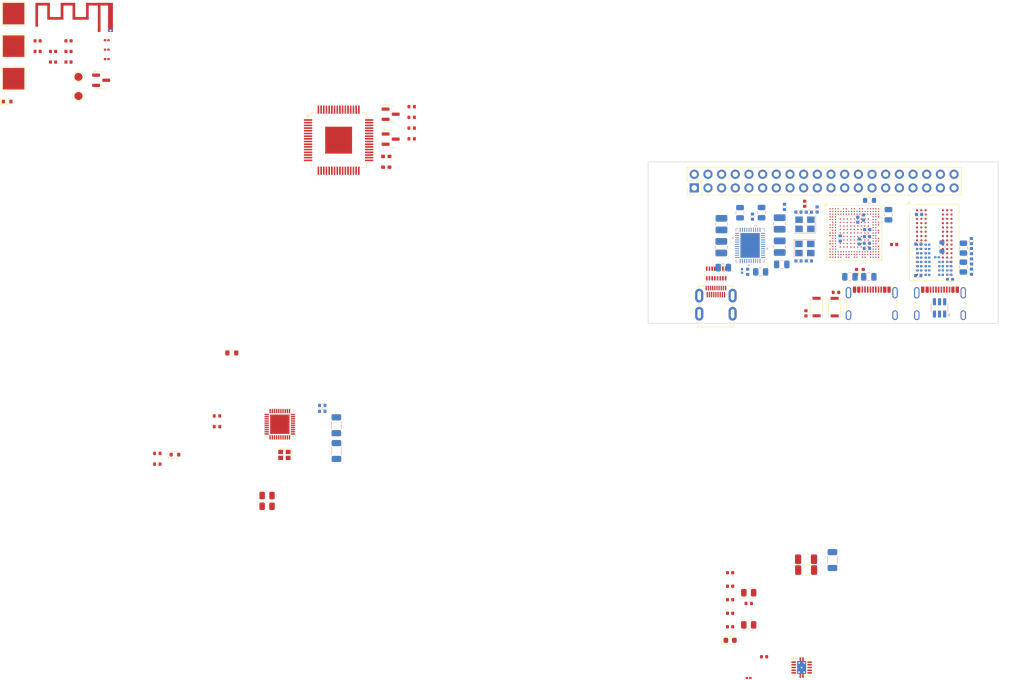
<source format=kicad_pcb>
(kicad_pcb (version 20240108) (generator "pcbnew") (generator_version "8.0")
  (layers (0 "F.Cu" signal) (31 "B.Cu" signal) (34 "B.Paste" user) (35 "F.Paste" user) (36 "B.SilkS" user "B.Silkscreen") (37 "F.SilkS" user "F.Silkscreen") (38 "B.Mask" user) (39 "F.Mask" user) (44 "Edge.Cuts" user))
  (net 0 "")
  (net 1 "GND")
  (net 2 "OSC32")
  (net 3 "+1V35")
  (net 4 "DDR_VREF")
  (net 5 "OSC33")
  (net 6 "+3V3")
  (net 7 "DDR3_VTT")
  (net 8 "Net-(U4-REFOUT)")
  (net 9 "Net-(U1-PH0)")
  (net 10 "Net-(U1-PH1)")
  (net 11 "/DDR3/PGOOD_LED")
  (net 12 "Net-(D1-K)")
  (net 13 "Net-(D4-A)")
  (net 14 "+5V")
  (net 15 "Net-(U5-PONKEYN)")
  (net 16 "Net-(U1-BOOT0)")
  (net 17 "SPI4_SCK")
  (net 18 "GPIO12")
  (net 19 "GPIO27")
  (net 20 "GPIO5")
  (net 21 "GPIO25")
  (net 22 "UART7_TX")
  (net 23 "I2C5_SDA")
  (net 24 "GPIO16")
  (net 26 "GPIO24")
  (net 27 "UART7_RX")
  (net 28 "SPI4_MOSI")
  (net 29 "I2C5_SCL")
  (net 31 "GPIO22")
  (net 32 "GPIO8")
  (net 33 "GPIO20")
  (net 34 "GPIO7")
  (net 35 "GPIO6")
  (net 36 "GPIO4")
  (net 37 "GPIO23")
  (net 38 "GPIO21")
  (net 39 "SPI4_MISO")
  (net 40 "GPIO17")
  (net 41 "GPIO26")
  (net 42 "GPIO19")
  (net 43 "GPIO18")
  (net 44 "GPIO13")
  (net 45 "DDR3_VTT_EN")
  (net 46 "DDR3_CK_N")
  (net 47 "DDR3_CK_P")
  (net 48 "DDR3_A0")
  (net 49 "DDR3_A1")
  (net 50 "DDR3_A2")
  (net 51 "DDR3_A3")
  (net 52 "DDR3_A4")
  (net 53 "DDR3_A5")
  (net 54 "DDR3_A6")
  (net 55 "DDR3_A7")
  (net 56 "DDR3_A8")
  (net 57 "DDR3_A9")
  (net 58 "DDR3_A10")
  (net 59 "DDR3_A11")
  (net 60 "DDR3_A12")
  (net 61 "DDR3_A13")
  (net 62 "DDR3_A14")
  (net 63 "DDR3_BA0")
  (net 64 "DDR3_BA1")
  (net 65 "DDR3_BA2")
  (net 66 "~{DDR3_RAS}")
  (net 67 "~{DDR3_CAS}")
  (net 68 "~{DDR3_WE}")
  (net 69 "DDR3_ODT")
  (net 70 "~{DDR3_CS}")
  (net 71 "~{DDR3__DRST}")
  (net 72 "SD_CD")
  (net 73 "SD_Clk")
  (net 74 "Net-(U5-VLXBST)")
  (net 75 "Net-(U1-USB_RREF)")
  (net 76 "PMIC_SDA")
  (net 77 "+1V8")
  (net 78 "PMIC_SCL")
  (net 79 "Net-(USB_C_ESP1-CC1)")
  (net 80 "Net-(USB_C_ESP1-CC2)")
  (net 81 "SD_DAT2")
  (net 82 "USBH_HS_DM2")
  (net 83 "OTG_FS_DM")
  (net 85 "DDR3_DQ6")
  (net 86 "DDR3_DQS1_N")
  (net 88 "+1V2")
  (net 95 "DDR3_DQS0_N")
  (net 96 "DDR3_DQ5")
  (net 100 "DDR3_LDM")
  (net 102 "DDR3_DQS1_P")
  (net 106 "SD_CMD_IN")
  (net 110 "SD_DAT3")
  (net 111 "VCC")
  (net 116 "PMIC_PWRCTRL")
  (net 120 "PMIC_WKUP")
  (net 121 "+2V8")
  (net 124 "~{PMIC_RST}")
  (net 126 "DDR3_DQ12")
  (net 128 "DDR3_DQ4")
  (net 131 "DDR3_DQS0_P")
  (net 133 "DDR3_DQ0")
  (net 134 "DDR3_DQ11")
  (net 137 "Net-(U1-VDDA1V1_REG)")
  (net 138 "Net-(U1-VDDA1V8_REG)")
  (net 140 "SD_WD")
  (net 143 "DDR3_DQ15")
  (net 144 "USBH_HS_DM1")
  (net 148 "Net-(U1-VDD1V2_DSI_PHY)")
  (net 149 "OTG_FS_DP")
  (net 150 "Net-(U1-DDR_ZQ)")
  (net 152 "SD_DAT0")
  (net 163 "SD_DAT1")
  (net 165 "DDR3_DQ3")
  (net 167 "VBUS_OTG")
  (net 170 "DDR3_DQ14")
  (net 178 "DDR3_CKE")
  (net 180 "DDR3_DQ13")
  (net 182 "DDR3_DQ1")
  (net 183 "DDR3_DQ2")
  (net 184 "USBH_HS_DP2")
  (net 190 "DDR3_DQ9")
  (net 195 "USBH_HS_DP1")
  (net 197 "DDR3_DQ7")
  (net 199 "DDR3__UDM")
  (net 203 "SD_CLK_IN")
  (net 205 "DDR3_DQ10")
  (net 206 "DDR3_DQ8")
  (net 213 "VD")
  (net 214 "Net-(U5-INTLDO)")
  (net 215 "Net-(U5-VLX3)")
  (net 216 "Net-(U5-VLX4)")
  (net 217 "Net-(U5-VLX2)")
  (net 218 "Net-(U5-VLX1)")
  (net 219 "Net-(U3-ZQ)")
  (net 220 "Net-(USB_C_ESP2-CC1)")
  (net 221 "Net-(USB_C_ESP2-CC2)")
  (net 222 "Net-(U8-I{slash}O4)")
  (net 223 "Net-(U8-I{slash}O3)")
  (net 226 "Net-(ANT1-Pad1)")
  (net 227 "XTAL_P")
  (net 228 "XTAL_N")
  (net 229 "Net-(D5-K)")
  (net 230 "Antenna")
  (net 231 "USB_D+")
  (net 232 "USB_D-")
  (net 233 "EN")
  (net 269 "VPP")
  (net 270 "HDMIsda")
  (net 271 "Net-(Q1-S)")
  (net 272 "Net-(Q2-S)")
  (net 273 "HDMIscl")
  (net 350 "Net-(Jr1-D2-)")
  (net 351 "Net-(Jr1-D1+)")
  (net 352 "Net-(Jr1-HPD)")
  (net 353 "Net-(Jr1-D1-)")
  (net 354 "Net-(Jr1-CK-)")
  (net 356 "Net-(Jr1-D0-)")
  (net 357 "Net-(Jr1-D0+)")
  (net 358 "Net-(Jr1-D2+)")
  (net 361 "Net-(Jr1-CK+)")
  (footprint "Resistor_SMD:R_0402_1005Metric" (layer "F.Cu") (at 29.22 84.225)
    (property "Reference" "R40" (hide yes))
    (property "Value" "2k" (hide yes))
  )
  (footprint "Resistor_SMD:R_0402_1005Metric" (layer "F.Cu") (at 40.31 77.265)
    (property "Reference" "R42" (hide yes))
    (property "Value" "2k" (hide yes))
  )
  (footprint "Capacitor_SMD:C_0402_1005Metric" (layer "F.Cu") (at 135.625 113.92)
    (property "Reference" "C13" (hide yes))
    (property "Value" "10uF" (hide yes))
  )
  (footprint "TestPoint:TestPoint_Pad_4.0x4.0mm" (layer "F.Cu") (at 2.525 2.525)
    (property "Reference" "TP3" (hide yes))
    (property "Value" "TestPoint" (hide yes))
  )
  (footprint "TestPoint:TestPoint_Pad_D1.5mm" (layer "F.Cu") (at 14.575 17.835)
    (property "Reference" "TP2" (hide yes))
    (property "Value" "TestPoint" (hide yes))
  )
  (footprint "Capacitor_SMD:C_0201_0603Metric" (layer "F.Cu") (at 19.835 9.225)
    (property "Reference" "C56" (hide yes))
    (property "Value" "3.3pF" (hide yes))
  )
  (footprint "Capacitor_SMD:C_0201_0603Metric" (layer "F.Cu") (at 139.065 125.94)
    (property "Reference" "C9" (hide yes))
    (property "Value" "4.7uF" (hide yes))
  )
  (footprint "LED_SMD:LED_0603_1608Metric" (layer "F.Cu") (at 135.625 118.94)
    (property "Reference" "D1" (hide yes))
    (property "Value" "BLUE LED" (hide yes))
  )
  (footprint "Capacitor_SMD:C_0402_1005Metric" (layer "F.Cu") (at 159.11 50.52 90)
    (property "Reference" "C25" (hide yes))
    (property "Value" "10uF" (hide yes))
  )
  (footprint "TestPoint:TestPoint_Pad_4.0x4.0mm" (layer "F.Cu") (at 2.525 14.625)
    (property "Reference" "TP5" (hide yes))
    (property "Value" "TestPoint" (hide yes))
  )
  (footprint "Diode_SMD:D_SOD-523" (layer "F.Cu") (at 32.495 84.455)
    (property "Reference" "D4" (hide yes))
    (property "Value" "SOD-523 General" (hide yes))
  )
  (footprint "Button_Switch_SMD:SW_SPST_CK_KXT3" (layer "F.Cu") (at 155.05 57.05 -90)
    (property "Reference" "J3" (hide yes))
    (property "Value" "Button" (hide yes))
  )
  (footprint "Capacitor_SMD:C_0402_1005Metric" (layer "F.Cu") (at 141.935 122)
    (property "Reference" "C15" (hide yes))
    (property "Value" ".1uF" (hide yes))
  )
  (footprint "Capacitor_SMD:C_1206_3216Metric" (layer "F.Cu") (at 149.745 105.89)
    (property "Reference" "C21" (hide yes))
    (property "Value" ".47uF" (hide yes))
  )
  (footprint "Diode_SMD:D_SOD-523" (layer "F.Cu") (at 1.32 18.875)
    (property "Reference" "D5" (hide yes))
    (property "Value" "SOD-523 General" (hide yes))
  )
  (footprint "Package_BGA:ST_TFBGA-257_10x10mm_Layout19x19_P0.5mmP0.65mm" (layer "F.Cu") (at 158.7 43.28)
    (property "Reference" "U1" (hide yes))
    (property "Value" "STM32MP157DADx" (hide yes))
  )
  (footprint "Button_Switch_SMD:SW_SPST_CK_KXT3" (layer "F.Cu") (at 151.69 57.03 -90)
    (property "Reference" "J2" (hide yes))
    (property "Value" "Button" (hide yes))
  )
  (footprint "Capacitor_SMD:C_0402_1005Metric" (layer "F.Cu") (at 12.725 11.525)
    (property "Reference" "C60" (hide yes))
    (property "Value" "1uf" (hide yes))
  )
  (footprint "Resistor_SMD:R_0402_1005Metric" (layer "F.Cu") (at 76.47 23.79)
    (property "Reference" "R46" (hide yes))
    (property "Value" "10k" (hide yes))
  )
  (footprint "Capacitor_SMD:C_0402_1005Metric" (layer "F.Cu") (at 135.625 108.9)
    (property "Reference" "C8" (hide yes))
    (property "Value" "10uF" (hide yes))
  )
  (footprint "Connector_PinHeader_2.54mm:PinHeader_2x20_P2.54mm_Vertical" (layer "F.Cu") (at 128.97 34.91 90)
    (property "Reference" "J7" (hide yes))
    (property "Value" "2x40 Header" (hide yes))
  )
  (footprint "Capacitor_SMD:C_0402_1005Metric" (layer "F.Cu") (at 6.985 9.555)
    (property "Reference" "C51" (hide yes))
    (property "Value" "22pF" (hide yes))
  )
  (footprint "Connector_Video:HDMI_Micro-D_Molex_46765-1x01" (layer "F.Cu") (at 132.99 58.28)
    (property "Reference" "Jr1" (hide yes))
    (property "Value" "HDMI_A" (hide yes))
  )
  (footprint "Resistor_SMD:R_0402_1005Metric" (layer "F.Cu") (at 155.29 54.31)
    (property "Reference" "R39" (hide yes))
    (property "Value" "2k" (hide yes))
  )
  (footprint "Inductor_SMD:L_0201_0603Metric" (layer "F.Cu") (at 19.835 10.975)
    (property "Reference" "L5" (hide yes))
    (property "Value" "2.2nH" (hide yes))
  )
  (footprint "Capacitor_SMD:C_1206_3216Metric" (layer "F.Cu") (at 149.73 103.89)
    (property "Reference" "C20" (hide yes))
    (property "Value" ".47uF" (hide yes))
  )
  (footprint "Capacitor_SMD:C_0402_1005Metric" (layer "F.Cu") (at 149.48 37.85 -90)
    (property "Reference" "C29" (hide yes))
    (property "Value" "10uF" (hide yes))
  )
  (footprint "Resistor_SMD:R_0402_1005Metric" (layer "F.Cu") (at 76.47 19.81)
    (property "Reference" "R44" (hide yes))
    (property "Value" "10k" (hide yes))
  )
  (footprint "Resistor_SMD:R_0805_2012Metric" (layer "F.Cu") (at 139.085 110.11)
    (property "Reference" "R5" (hide yes))
    (property "Value" "10k" (hide yes))
  )
  (footprint "Resistor_SMD:R_0402_1005Metric" (layer "F.Cu") (at 29.22 86.215)
    (property "Reference" "R41" (hide yes))
    (property "Value" "2k" (hide yes))
  )
  (footprint "Resistor_SMD:R_0805_2012Metric" (layer "F.Cu") (at 139.085 116.08)
    (property "Reference" "R8" (hide yes))
    (property "Value" "10k" (hide yes))
  )
  (footprint "Resistor_SMD:R_0603_1608Metric" (layer "F.Cu") (at 43.06 65.565)
    (property "Reference" "R4" (hide yes))
    (property "Value" "240" (hide yes))
  )
  (footprint "Resistor_SMD:R_0402_1005Metric" (layer "F.Cu") (at 139.085 112.1)
    (property "Reference" "R6" (hide yes))
    (property "Value" "100k" (hide yes))
  )
  (footprint "Resistor_SMD:R_0805_2012Metric" (layer "F.Cu") (at 49.6075 92.055)
    (property "Reference" "R33" (hide yes))
    (property "Value" "10k" (hide yes))
  )
  (footprint "Capacitor_SMD:C_0402_1005Metric" (layer "F.Cu") (at 9.855 9.555)
    (property "Reference" "C54" (hide yes))
    (property "Value" "1uf" (hide yes))
  )
  (footprint "Package_TO_SOT_SMD:SOT-23" (layer "F.Cu") (at 18.795 14.91)
    (property "Reference" "U9" (hide yes))
    (property "Value" "ZL6201A33S3" (hide yes))
  )
  (footprint "TestPoint:TestPoint_Pad_D1.5mm" (layer "F.Cu") (at 14.575 14.285)
    (property "Reference" "TP1" (hide yes))
    (property "Value" "TestPoint" (hide yes))
  )
  (footprint "Resistor_SMD:R_0805_2012Metric" (layer "F.Cu") (at 49.6075 94.045)
    (property "Reference" "R34" (hide yes))
    (property "Value" "10k" (hide yes))
  )
  (footprint "Connector_USB:USB_C_Receptacle_GCT_USB4105-xx-A_16P_TopMnt_Horizontal" (layer "F.Cu") (at 174.62 57.485)
    (property "Reference" "USB_C_ESP2" (hide yes))
    (property "Value" "USB_C_1" (hide yes))
  )
  (footprint "Package_QFP:LQFP-64-1EP_10x10mm_P0.5mm_EP5x5mm" (layer "F.Cu") (at 62.9 26.04)
    (property "Reference" "U11" (hide yes))
    (property "Value" "ADV7611" (hide yes))
  )
  (footprint "Package_SON:VSON-10-1EP_3x3mm_P0.5mm_EP1.65x2.4mm_ThermalVias" (layer "F.Cu") (at 148.915 124)
    (property "Reference" "U4" (hide yes))
    (property "Value" "TPS51200DRCR" (hide yes))
  )
  (footprint "Resistor_SMD:R_Array_Convex_8x0602" (layer "F.Cu") (at 133.04 50.8 -90)
    (property "Reference" "RN1" (hide yes))
    (property "Value" "R_Pack08" (hide yes))
  )
  (footprint "Capacitor_SMD:C_0402_1005Metric" (layer "F.Cu") (at 135.625 116.43)
    (property "Reference" "C14" (hide yes))
    (property "Value" "10uF" (hide yes))
  )
  (footprint "Capacitor_SMD:C_0402_1005Metric" (layer "F.Cu") (at 160.35 50.52 90)
    (property "Reference" "C24" (hide yes))
    (property "Value" "10uF" (hide yes))
  )
  (footprint "RF_Antenna:Texas_SWRA117D_2.4GHz_Left" (layer "F.Cu") (at 18.425 5.675)
    (property "Reference" "ANT1" (hide yes))
    (property "Value" "WIFI_ANT" (hide yes))
  )
  (footprint "Package_TO_SOT_SMD:SOT-23" (layer "F.Cu") (at 72.57 25.84)
    (property "Reference" "Q2" (hide yes))
    (property "Value" "BSS138" (hide yes))
  )
  (footprint "Resistor_SMD:R_0402_1005Metric_Pad0.72x0.64mm_HandSolder" (layer "F.Cu") (at 71.75 29.06)
    (property "Reference" "R48" (hide yes))
    (property "Value" "100k" (hide yes))
  )
  (footprint "Resistor_SMD:R_0402_1005Metric" (layer "F.Cu") (at 76.47 21.8)
    (property "Reference" "R45" (hide yes))
    (property "Value" "10k" (hide yes))
  )
  (footprint "Capacitor_SMD:C_0402_1005Metric" (layer "F.Cu") (at 135.625 106.39)
    (property "Reference" "C7" (hide yes))
    (property "Value" "10uF" (hide yes))
  )
  (footprint "Capacitor_SMD:C_0402_1005Metric" (layer "F.Cu") (at 166.09 45.42)
    (property "Reference" "C28" (hide yes))
    (property "Value" "10uF" (hide yes))
  )
  (footprint "Crystal:Crystal_SMD_2016-4Pin_2.0x1.6mm" (layer "F.Cu") (at 52.83 84.505 180)
    (property "Reference" "Y3" (hide yes))
    (property "Value" "2016-4P 40MHz" (hide yes))
  )
  (footprint "Capacitor_SMD:C_0201_0603Metric" (layer "F.Cu") (at 19.835 7.475)
    (property "Reference" "C55" (hide yes))
    (property "Value" "3.3pF" (hide yes))
  )
  (footprint "TestPoint:TestPoint_Pad_4.0x4.0mm" (layer "F.Cu") (at 2.525 8.575)
    (property "Reference" "TP4" (hide yes))
    (property "Value" "TestPoint" (hide yes))
  )
  (footprint "Resistor_SMD:R_0402_1005Metric" (layer "F.Cu") (at 76.47 25.78)
    (property "Reference" "R47" (hide yes))
    (property "Value" "10k" (hide yes))
  )
  (footprint "Capacitor_SMD:C_0402_1005Metric" (layer "F.Cu") (at 6.985 7.585)
    (property "Reference" "C50" (hide yes))
    (property "Value" "22pf" (hide yes))
  )
  (footprint "Capacitor_SMD:C_0402_1005Metric" (layer "F.Cu") (at 135.625 111.41)
    (property "Reference" "C11" (hide yes))
    (property "Value" "10uF" (hide yes))
  )
  (footprint "Package_DFN_QFN:QFN-40-1EP_5x5mm_P0.4mm_EP3.6x3.6mm" (layer "F.Cu") (at 51.98 78.805 180)
    (property "Reference" "MCU1" (hide yes))
    (property "Value" "ESP32-C6" (hide yes))
  )
  (footprint "Resistor_SMD:R_0402_1005Metric" (layer "F.Cu") (at 40.31 79.255)
    (property "Reference" "R43" (hide yes))
    (property "Value" "2k" (hide yes))
  )
  (footprint "Package_BGA:Micron_FBGA-96_9x14mm_Layout9x16_P0.8mm" (layer "F.Cu") (at 173.55 45.05)
    (property "Reference" "U3" (hide yes))
    (property "Value" "MT41K256M16TW-107:P" (hide yes))
  )
  (footprint "Resistor_SMD:R_0402_1005Metric_Pad0.72x0.64mm_HandSolder" (layer "F.Cu") (at 71.75 31.05)
    (property "Reference" "R49" (hide yes))
    (property "Value" "100k" (hide yes))
  )
  (footprint "Capacitor_SMD:C_0402_1005Metric" (layer "F.Cu") (at 9.855 11.525)
    (property "Reference" "C57" (hide yes))
    (property "Value" "1uf" (hide yes))
  )
  (footprint "Package_TO_SOT_SMD:SOT-23" (layer "F.Cu") (at 72.57 21.215)
    (property "Reference" "Q1" (hide yes))
    (property "Value" "BSS138" (hide yes))
  )
  (footprint "Capacitor_SMD:C_0402_1005Metric" (layer "F.Cu") (at 149.71 58.2 90)
    (property "Reference" "C40" (hide yes))
    (property "Value" "1uF" (hide yes))
  )
  (footprint "Capacitor_SMD:C_0402_1005Metric" (layer "F.Cu") (at 12.725 7.585)
    (property "Reference" "C58" (hide yes))
    (property "Value" "1uf" (hide yes))
  )
  (footprint "Capacitor_SMD:C_0402_1005Metric" (layer "F.Cu") (at 12.725 9.555)
    (property "Reference" "C59" (hide yes))
    (property "Value" "1uf" (hide yes))
  )
  (footprint "Connector_USB:USB_C_Receptacle_GCT_USB4105-xx-A_16P_TopMnt_Horizontal" (layer "F.Cu") (at 161.94 57.475)
    (property "Reference" "USB_C_ESP1" (hide yes))
    (property "Value" "USB_C_1" (hide yes))
  )
  (footprint "Resistor_SMD:R_0201_0603Metric" (layer "B.Cu") (at 172.28 45.45)
    (property "Reference" "R27" (hide yes))
    (property "Value" "40.2 1%" (hide yes))
  )
  (footprint "Capacitor_SMD:C_0402_1005Metric" (layer "B.Cu") (at 180.47 48.56 90)
    (property "Reference" "C6" (hide yes))
    (property "Value" ".1uF" (hide yes))
  )
  (footprint "Resistor_SMD:R_0402_1005Metric" (layer "B.Cu") (at 161.05 46.14 180)
    (property "Reference" "R36" (hide yes))
    (property "Value" "2k" (hide yes))
  )
  (footprint "Inductor_SMD:L_1008_2520Metric" (layer "B.Cu") (at 133.9891 45.916 -90)
    (property "Reference" "L4" (hide yes))
    (property "Value" "1uH" (hide yes))
  )
  (footprint "Inductor_SMD:L_1008_2520Metric" (layer "B.Cu") (at 144.8291 41.516 90)
    (property "Reference" "L2" (hide yes))
    (property "Value" "1uH" (hide yes))
  )
  (footprint "Capacitor_SMD:C_0402_1005Metric" (layer "B.Cu") (at 180.46 46.64 -90)
    (property "Reference" "C2" (hide yes))
    (property "Value" ".1uF" (hide yes))
  )
  (footprint "Resistor_SMD:R_0201_0603Metric" (layer "B.Cu") (at 174.06 47.79 180)
    (property "Reference" "R19" (hide yes))
    (property "Value" "40.2 1%" (hide yes))
  )
  (footprint "Capacitor_SMD:C_0402_1005Metric" (layer "B.Cu") (at 148.32 39.4 180)
    (property "Reference" "C23" (hide yes))
    (property "Value" "22pf" (hide yes))
  )
  (footprint "Resistor_SMD:R_0201_0603Metric" (layer "B.Cu") (at 176.3 51.04)
    (property "Reference" "R17" (hide yes))
    (property "Value" "40.2 1%" (hide yes))
  )
  (footprint "Capacitor_SMD:C_0402_1005Metric" (layer "B.Cu") (at 150.26 48.47 180)
    (property "Reference" "C1" (hide yes))
    (property "Value" "22pf" (hide yes))
  )
  (footprint "Inductor_SMD:L_1008_2520Metric" (layer "B.Cu") (at 134.0191 41.631 90)
    (property "Reference" "L3" (hide yes))
    (property "Value" "1uH" (hide yes))
  )
  (footprint "Capacitor_SMD:C_0402_1005Metric" (layer "B.Cu") (at 150.26 39.41)
    (property "Reference" "C4" (hide yes))
    (property "Value" "22pf" (hide yes))
  )
  (footprint "Resistor_SMD:R_0201_0603Metric" (layer "B.Cu") (at 172.31 50.24)
    (property "Reference" "R18" (hide yes))
    (property "Value" "40.2 1%" (hide yes))
  )
  (footprint "Resistor_SMD:R_0201_0603Metric" (layer "B.Cu") (at 172.315 49.45)
    (property "Reference" "R11" (hide yes))
    (property "Value" "40.2 1%" (hide yes))
  )
  (footprint "Resistor_SMD:R_0201_0603Metric" (layer "B.Cu") (at 170.79 49.46 180)
    (property "Reference" "R14" (hide yes))
    (property "Value" "40.2 1%" (hide yes))
  )
  (footprint "Resistor_SMD:R_0201_0603Metric" (layer "B.Cu") (at 170.685 46.24)
    (property "Reference" "R30" (hide yes))
    (property "Value" "40.2 1%" (hide yes))
  )
  (footprint "Resistor_SMD:R_0805_2012Metric" (layer "B.Cu") (at 141.3016 50.506 180)
    (property "Reference" "R35" (hide yes))
    (property "Value" "10k" (hide yes))
  )
  (footprint "Capacitor_SMD:C_0402_1005Metric" (layer "B.Cu") (at 161.04 45.19)
    (property "Reference" "C45" (hide yes))
    (property "Value" "1uF" (hide yes))
  )
  (footprint "Resistor_SMD:R_0201_0603Metric" (layer "B.Cu") (at 172.295 51.06)
    (property "Reference" "R22" (hide yes))
    (property "Value" "40.2 1%" (hide yes))
  )
  (footprint "Package_TO_SOT_SMD:SOT-23-6" (layer "B.Cu") (at 174.5325 57.195 90)
    (property "Reference" "U8" (hide yes))
    (property "Value" "USBLC6-4SC6" (hide yes))
  )
  (footprint "Capacitor_SMD:C_0805_2012Metric" (layer "B.Cu") (at 141.4691 39.496 -90)
    (property "Reference" "C33" (hide yes))
    (property "Value" "22uF" (hide yes))
  )
  (footprint "Capacitor_SMD:C_0805_2012Metric" (layer "B.Cu") (at 165.04 39.89 90)
    (property "Reference" "C49" (hide yes))
    (property "Value" "2.2uF" (hide yes))
  )
  (footprint "Resistor_SMD:R_0201_0603Metric" (layer "B.Cu") (at 170.795 47.05 180)
    (property "Reference" "R31" (hide yes))
    (property "Value" "40.2 1%" (hide yes))
  )
  (footprint "Resistor_SMD:R_0201_0603Metric" (layer "B.Cu") (at 176.3 49.45 180)
    (property "Reference" "R13" (hide yes))
    (property "Value" "40.2 1%" (hide yes))
  )
  (footprint "Capacitor_SMD:C_0402_1005Metric" (layer "B.Cu") (at 170.59 45.34)
    (property "Reference" "C10" (hide yes))
    (property "Value" ".01uF" (hide yes))
  )
  (footprint "Resistor_SMD:R_0201_0603Metric" (layer "B.Cu") (at 170.795 48.66 180)
    (property "Reference" "R12" (hide yes))
    (property "Value" "40.2 1%" (hide yes))
  )
  (footprint "Capacitor_SMD:C_0402_1005Metric" (layer "B.Cu") (at 176.48 51.93)
    (property "Reference" "C36" (hide yes))
    (property "Value" "10uF" (hide yes))
  )
  (footprint "Resistor_SMD:R_0201_0603Metric" (layer "B.Cu") (at 172.29 46.24)
    (property "Reference" "R28" (hide yes))
    (property "Value" "40.2 1%" (hide yes))
  )
  (footprint "Capacitor_SMD:C_0201_0603Metric" (layer "B.Cu") (at 137.8391 50.331 -90)
    (property "Reference" "C39" (hide yes))
    (property "Value" "4.7uF" (hide yes))
  )
  (footprint "Sync_VT extras:44-WFQFN (5x6)" (layer "B.Cu") (at 139.3388 45.5856)
    (property "Reference" "U5" (hide yes))
    (property "Value" "STPMIC1CPQR" (hide yes))
  )
  (footprint "Resistor_SMD:R_0201_0603Metric" (layer "B.Cu") (at 176.285 48.65)
    (property "Reference" "R25" (hide yes))
    (property "Value" "40.2 1%" (hide yes))
  )
  (footprint "Capacitor_SMD:C_0402_1005Metric" (layer "B.Cu") (at 151.79 38.91 -90)
    (property "Reference" "C30" (hide yes))
    (property "Value" "1uF" (hide yes))
  )
  (footprint "Resistor_SMD:R_0402_1005Metric" (layer "B.Cu") (at 59.87 76.395)
    (property "Reference" "R38" (hide yes))
    (property "Value" "2k" (hide yes))
  )
  (footprint "Resistor_SMD:R_0201_0603Metric" (layer "B.Cu") (at 174.81 51.05 180)
    (property "Reference" "R23" (hide yes))
    (property "Value" "40.2 1%" (hide yes))
  )
  (footprint "Capacitor_SMD:C_0402_1005Metric" (layer "B.Cu") (at 145.7291 38.426 -90)
    (property "Reference" "C27" (hide yes))
    (property "Value" "10uF" (hide yes))
  )
  (footprint "Crystal:Crystal_SMD_3225-4Pin_3.2x2.5mm" (layer "B.Cu") (at 149.53 41.66 180)
    (property "Reference" "Y1" (hide yes))
    (property "Value" "32.768 kHz" (hide yes))
  )
  (footprint "Capacitor_SMD:C_0402_1005Metric" (layer "B.Cu") (at 161.11 42.65)
    (property "Reference" "C44" (hide yes))
    (property "Value" "1uF" (hide yes))
  )
  (footprint "Crystal:Crystal_SMD_3225-4Pin_3.2x2.5mm" (layer "B.Cu") (at 149.51 46.16)
    (property "Reference" "Y2" (hide yes))
    (property "Value" "24 MHz" (hide yes))
  )
  (footprint "Resistor_SMD:R_0201_0603Metric" (layer "B.Cu") (at 170.79 50.24 180)
    (property "Reference" "R16" (hide yes))
    (property "Value" "40.2 1%" (hide yes))
  )
  (footprint "Capacitor_SMD:C_1206_3216Metric" (layer "B.Cu") (at 62.48 78.995 90)
    (property "Reference" "C18" (hide yes))
    (property "Value" ".47uF" (hide yes))
  )
  (footprint "Resistor_SMD:R_0201_0603Metric" (layer "B.Cu") (at 174.81 49.45 180)
    (property "Reference" "R10" (hide yes))
    (property "Value" "40.2 1%" (hide yes))
  )
  (footprint "Resistor_SMD:R_0201_0603Metric" (layer "B.Cu") (at 172.295 47.05)
    (property "Reference" "R29" (hide yes))
    (property "Value" "40.2 1%" (hide yes))
  )
  (footprint "Capacitor_SMD:C_0805_2012Metric" (layer "B.Cu") (at 157.88 51.42)
    (property "Reference" "C47" (hide yes))
    (property "Value" "2.2uF" (hide yes))
  )
  (footprint "Resistor_SMD:R_0402_1005Metric" (layer "B.Cu") (at 170.56 51.2 180)
    (property "Reference" "R32" (hide yes))
    (property "Value" "2k" (hide yes))
  )
  (footprint "Capacitor_SMD:C_0402_1005Metric" (layer "B.Cu") (at 159.35 40.8 -90)
    (property "Reference" "C41" (hide yes))
    (property "Value" "1uF" (hide yes))
  )
  (footprint "Capacitor_SMD:C_0402_1005Metric" (layer "B.Cu") (at 139.7791 40.246 -90)
    (property "Reference" "C26" (hide yes))
    (property "Value" "10uF" (hide yes))
  )
  (footprint "Resistor_SMD:R_0201_0603Metric" (layer "B.Cu") (at 172.32 48.65)
    (property "Reference" "R9" (hide yes))
    (property "Value" "40.2 1%" (hide yes))
  )
  (footprint "Inductor_SMD:L_1008_2520Metric" (layer "B.Cu") (at 144.8391 45.826 -90)
    (property "Reference" "L1" (hide yes))
    (property "Value" "1uH" (hide yes))
  )
  (footprint "Capacitor_SMD:C_0805_2012Metric" (layer "B.Cu") (at 161.39 51.42 180)
    (property "Reference" "C48" (hide yes))
    (property "Value" "2.2uF" (hide yes))
  )
  (footprint "Capacitor_SMD:C_0402_1005Metric" (layer "B.Cu") (at 148.33 48.47)
    (property "Reference" "C22" (hide yes))
    (property "Value" "22pf" (hide yes))
  )
  (footprint "Capacitor_SMD:C_1206_3216Metric" (layer "B.Cu") (at 62.5 83.78 -90)
    (property "Reference" "C16" (hide yes))
    (property "Value" "100uF" (hide yes))
  )
  (footprint "Capacitor_SMD:C_0805_2012Metric" (layer "B.Cu") (at 145.2191 49.116)
    (property "Reference" "C32" (hide yes))
    (property "Value" "22uF" (hide yes))
  )
  (footprint "Capacitor_SMD:C_0402_1005Metric" (layer "B.Cu") (at 156.08 44.3 -90)
    (property "Reference" "C37" (hide yes))
    (property "Value" "1uF" (hide yes))
  )
  (footprint "Capacitor_SMD:C_0805_2012Metric" (layer "B.Cu") (at 134.3591 49.716 180)
    (property "Reference" "C35" (hide yes))
    (property "Value" "22uF" (hide yes))
  )
  (footprint "Resistor_SMD:R_0805_2012Metric" (layer "B.Cu") (at 178.96 49.61 -90)
    (property "Reference" "R3" (hide yes))
    (property "Value" "10k" (hide yes))
  )
  (footprint "Capacitor_SMD:C_0402_1005Metric" (layer "B.Cu") (at 180.45 44.79 90)
    (property "Reference" "C5" (hide yes))
    (property "Value" ".1uF" (hide yes))
  )
  (footprint "Capacitor_SMD:C_0402_1005Metric" (layer "B.Cu") (at 138.8891 50.506 -90)
    (property "Reference" "C38" (hide yes))
    (property "Value" "1uF" (hide yes))
  )
  (footprint "Capacitor_SMD:C_0402_1005Metric" (layer "B.Cu") (at 180.46 50.48 -90)
    (property "Reference" "C3" (hide yes))
    (property "Value" ".1uF" (hide yes))
  )
  (footprint "Resistor_SMD:R_0201_0603Metric" (layer "B.Cu") (at 174.81 50.23 180)
    (property "Reference" "R20" (hide yes))
    (property "Value" "40.2 1%" (hide yes))
  )
  (footprint "Capacitor_SMD:C_0402_1005Metric" (layer "B.Cu") (at 160.37 40.41 90)
    (property "Reference" "C42" (hide yes))
    (property "Value" "1uF" (hide yes))
  )
  (footprint "Resistor_SMD:R_0201_0603Metric" (layer "B.Cu") (at 170.805 47.86 180)
    (property "Reference" "R24" (hide yes))
    (property "Value" "40.2 1%" (hide yes))
  )
  (footprint "Resistor_SMD:R_0201_0603Metric" (layer "B.Cu") (at 172.305 47.85)
    (property "Reference" "R26" (hide yes))
    (property "Value" "40.2 1%" (hide yes))
  )
  (footprint "Resistor_SMD:R_0805_2012Metric" (layer "B.Cu") (at 178.97 46.09 -90)
    (property "Reference" "R2" (hide yes))
    (property "Value" "10k" (hide yes))
  )
  (footprint "Resistor_SMD:R_0201_0603Metric" (layer "B.Cu") (at 174.815 48.65 180)
    (property "Reference" "R21" (hide yes))
    (property "Value" "40.2 1%" (hide yes))
  )
  (footprint "Resistor_SMD:R_0402_1005Metric" (layer "B.Cu") (at 59.87 75.305)
    (property "Reference" "R37" (hide yes))
    (property "Value" "2k" (hide yes))
  )
  (footprint "Resistor_SMD:R_0603_1608Metric" (layer "B.Cu") (at 161.525 37.22 180)
    (property "Reference" "R1" (hide yes))
    (property "Value" "240" (hide yes))
  )
  (footprint "Capacitor_SMD:C_0402_1005Metric" (layer "B.Cu") (at 159.62 44.87 90)
    (property "Reference" "C31" (hide yes))
    (property "Value" "1uF" (hide yes))
  )
  (footprint "Capacitor_SMD:C_0402_1005Metric" (layer "B.Cu") (at 161.06 43.95)
    (property "Reference" "C46" (hide yes))
    (property "Value" "1uF" (hide yes))
  )
  (footprint "Resistor_SMD:R_0201_0603Metric" (layer "B.Cu") (at 176.295 50.23)
    (property "Reference" "R15" (hide yes))
    (property "Value" "40.2 1%" (hide yes))
  )
  (footprint "Resistor_SMD:R_0603_1608Metric" (layer "B.Cu") (at 174.98 45.86 -90)
    (property "Reference" "R7" (hide yes))
    (property "Value" "80.6 1%" (hide yes))
  )
  (footprint "Capacitor_SMD:C_0402_1005Metric" (layer "B.Cu") (at 170.73 39.84 180)
    (property "Reference" "C12" (hide yes))
    (property "Value" ".01uF" (hide yes))
  )
  (footprint "Capacitor_SMD:C_1206_3216Metric" (layer "B.Cu") (at 154.63 104.04 -90)
    (property "Reference" "C19" (hide yes))
    (property "Value" ".47uF" (hide yes))
  )
  (footprint "Capacitor_SMD:C_0805_2012Metric" (layer "B.Cu") (at 137.4691 39.516 -90)
    (property "Reference" "C34" (hide yes))
    (property "Value" "22uF" (hide yes))
  )
  (gr_rect (start 120.39 30.08) (end 185.43 60.05) (stroke (width 0.1)) (fill none) (layer "Edge.Cuts"))
)
</source>
